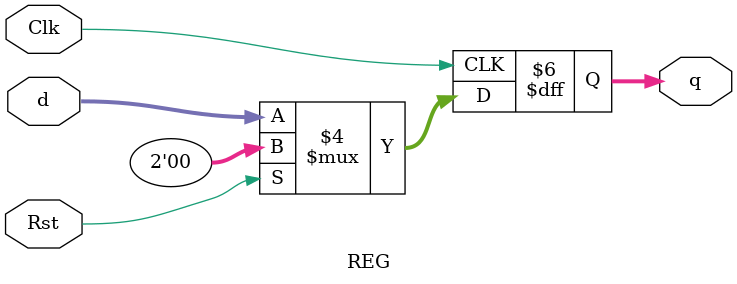
<source format=v>
`timescale 1ns / 1ps


module REG #(parameter DATAWIDTH = 2)(d, Clk, Rst, q);
    input [DATAWIDTH-1:0] d;
    input Clk, Rst;
    output reg [DATAWIDTH-1:0] q;
    
    always @(posedge Clk) begin
        if(Rst == 1) begin
            q <= 0;
        end
        else begin
            q <= d;
       end
    end
    
endmodule

</source>
